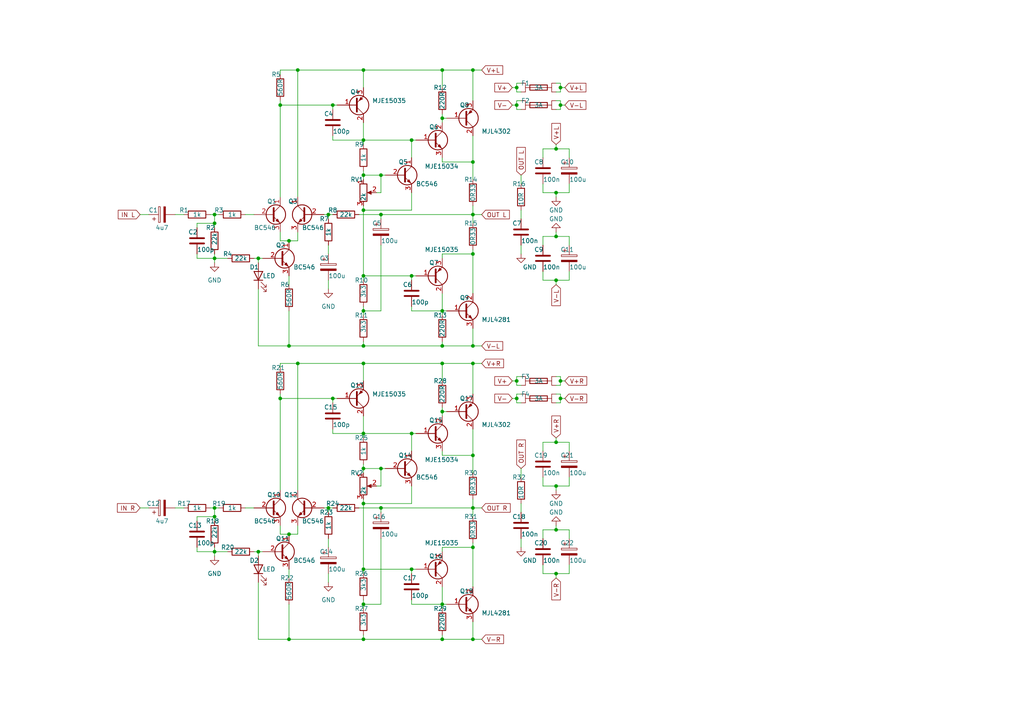
<source format=kicad_sch>
(kicad_sch (version 20230121) (generator eeschema)
  (paper "A4")
  (title_block (title "Stereo Audio Power Amplifier") (date "2022-08-02") (rev "Rev 1.1") (company "Flavian Kaufmann"))
  (lib_symbols
    (symbol "Device:C" (pin_numbers hide) (pin_names (offset 0.254))
      (property "Reference" "C" (at 0.635 2.54 0))
      (property "Value" "C" (at 0.635 -2.54 0))
      (symbol "C_0_1"
        (polyline (pts (xy -2.032 -0.762) (xy 2.032 -0.762)) (stroke (width 0.508)))
        (polyline (pts (xy -2.032 0.762) (xy 2.032 0.762)) (stroke (width 0.508)))
      )
      (symbol "C_1_1"
        (pin passive line (at 0 3.81 270) (length 2.794) (name "~") (number "1"))
        (pin passive line (at 0 -3.81 90) (length 2.794) (name "~") (number "2"))
      )
    )
    (symbol "Device:C_Polarized" (pin_numbers hide) (pin_names (offset 0.254))
      (property "Reference" "C" (at 0.635 2.54 0))
      (property "Value" "C_Polarized" (at 0.635 -2.54 0))
      (symbol "C_Polarized_0_1"
        (rectangle (start -2.286 0.508) (end 2.286 1.016))
        (polyline (pts (xy -1.778 2.286) (xy -0.762 2.286)))
        (polyline (pts (xy -1.27 2.794) (xy -1.27 1.778)))
        (rectangle (start 2.286 -0.508) (end -2.286 -1.016) (fill (type outline)))
      )
      (symbol "C_Polarized_1_1"
        (pin passive line (at 0 3.81 270) (length 2.794) (name "~") (number "1"))
        (pin passive line (at 0 -3.81 90) (length 2.794) (name "~") (number "2"))
      )
    )
    (symbol "Device:LED" (pin_numbers hide) (pin_names (offset 1.016) hide)
      (property "Reference" "D" (at 0 2.54 0))
      (property "Value" "LED" (at 0 -2.54 0))
      (symbol "LED_0_1"
        (polyline (pts (xy -1.27 -1.27) (xy -1.27 1.27)) (stroke (width 0.254)))
        (polyline (pts (xy -1.27 0) (xy 1.27 0)))
        (polyline (pts (xy 1.27 -1.27) (xy 1.27 1.27) (xy -1.27 0) (xy 1.27 -1.27)) (stroke (width 0.254)))
        (polyline (pts (xy -3.048 -0.762) (xy -4.572 -2.286) (xy -3.81 -2.286) (xy -4.572 -2.286) (xy -4.572 -1.524)))
        (polyline (pts (xy -1.778 -0.762) (xy -3.302 -2.286) (xy -2.54 -2.286) (xy -3.302 -2.286) (xy -3.302 -1.524)))
      )
      (symbol "LED_1_1"
        (pin passive line (at -3.81 0 0) (length 2.54) (name "K") (number "1"))
        (pin passive line (at 3.81 0 180) (length 2.54) (name "A") (number "2"))
      )
    )
    (symbol "Device:Q_NPN_BCE" (pin_names (offset 0) hide)
      (property "Reference" "Q" (at 5.08 1.27 0))
      (property "Value" "Q_NPN_BCE" (at 5.08 -1.27 0))
      (symbol "Q_NPN_BCE_0_1"
        (polyline (pts (xy 0.635 0.635) (xy 2.54 2.54)))
        (polyline (pts (xy 0.635 -0.635) (xy 2.54 -2.54) (xy 2.54 -2.54)))
        (polyline (pts (xy 0.635 1.905) (xy 0.635 -1.905) (xy 0.635 -1.905)) (stroke (width 0.508)))
        (polyline (pts (xy 1.27 -1.778) (xy 1.778 -1.27) (xy 2.286 -2.286) (xy 1.27 -1.778) (xy 1.27 -1.778)) (fill (type outline)))
        (circle (center 1.27 0) (radius 2.8194) (stroke (width 0.254)))
      )
      (symbol "Q_NPN_BCE_1_1"
        (pin input line (at -5.08 0 0) (length 5.715) (name "B") (number "1"))
        (pin passive line (at 2.54 5.08 270) (length 2.54) (name "C") (number "2"))
        (pin passive line (at 2.54 -5.08 90) (length 2.54) (name "E") (number "3"))
      )
    )
    (symbol "Device:Q_NPN_CBE" (pin_names (offset 0) hide)
      (property "Reference" "Q" (at 5.08 1.27 0))
      (property "Value" "Q_NPN_CBE" (at 5.08 -1.27 0))
      (symbol "Q_NPN_CBE_0_1"
        (polyline (pts (xy 0.635 0.635) (xy 2.54 2.54)))
        (polyline (pts (xy 0.635 -0.635) (xy 2.54 -2.54) (xy 2.54 -2.54)))
        (polyline (pts (xy 0.635 1.905) (xy 0.635 -1.905) (xy 0.635 -1.905)) (stroke (width 0.508)))
        (polyline (pts (xy 1.27 -1.778) (xy 1.778 -1.27) (xy 2.286 -2.286) (xy 1.27 -1.778) (xy 1.27 -1.778)) (fill (type outline)))
        (circle (center 1.27 0) (radius 2.8194) (stroke (width 0.254)))
      )
      (symbol "Q_NPN_CBE_1_1"
        (pin passive line (at 2.54 5.08 270) (length 2.54) (name "C") (number "1"))
        (pin input line (at -5.08 0 0) (length 5.715) (name "B") (number "2"))
        (pin passive line (at 2.54 -5.08 90) (length 2.54) (name "E") (number "3"))
      )
    )
    (symbol "Device:Q_PNP_BCE" (pin_names (offset 0) hide)
      (property "Reference" "Q" (at 5.08 1.27 0))
      (property "Value" "Q_PNP_BCE" (at 5.08 -1.27 0))
      (symbol "Q_PNP_BCE_0_1"
        (polyline (pts (xy 0.635 0.635) (xy 2.54 2.54)))
        (polyline (pts (xy 0.635 -0.635) (xy 2.54 -2.54) (xy 2.54 -2.54)))
        (polyline (pts (xy 0.635 1.905) (xy 0.635 -1.905) (xy 0.635 -1.905)) (stroke (width 0.508)))
        (polyline (pts (xy 2.286 -1.778) (xy 1.778 -2.286) (xy 1.27 -1.27) (xy 2.286 -1.778) (xy 2.286 -1.778)) (fill (type outline)))
        (circle (center 1.27 0) (radius 2.8194) (stroke (width 0.254)))
      )
      (symbol "Q_PNP_BCE_1_1"
        (pin input line (at -5.08 0 0) (length 5.715) (name "B") (number "1"))
        (pin passive line (at 2.54 5.08 270) (length 2.54) (name "C") (number "2"))
        (pin passive line (at 2.54 -5.08 90) (length 2.54) (name "E") (number "3"))
      )
    )
    (symbol "Device:R" (pin_numbers hide) (pin_names (offset 0))
      (property "Reference" "R" (at 2.032 0 90))
      (property "Value" "R" (at 0 0 90))
      (symbol "R_0_1"
        (rectangle (start -1.016 -2.54) (end 1.016 2.54) (stroke (width 0.254)))
      )
      (symbol "R_1_1"
        (pin passive line (at 0 3.81 270) (length 1.27) (name "~") (number "1"))
        (pin passive line (at 0 -3.81 90) (length 1.27) (name "~") (number "2"))
      )
    )
    (symbol "Device:R_Potentiometer" (pin_names (offset 1.016) hide)
      (property "Reference" "RV" (at -4.445 0 90))
      (property "Value" "R_Potentiometer" (at -2.54 0 90))
      (symbol "R_Potentiometer_0_1"
        (polyline (pts (xy 2.54 0) (xy 1.524 0)))
        (polyline (pts (xy 1.143 0) (xy 2.286 0.508) (xy 2.286 -0.508) (xy 1.143 0)) (fill (type outline)))
        (rectangle (start 1.016 2.54) (end -1.016 -2.54) (stroke (width 0.254)))
      )
      (symbol "R_Potentiometer_1_1"
        (pin passive line (at 0 3.81 270) (length 1.27) (name "1") (number "1"))
        (pin passive line (at 3.81 0 180) (length 1.27) (name "2") (number "2"))
        (pin passive line (at 0 -3.81 90) (length 1.27) (name "3") (number "3"))
      )
    )
    (symbol "power:GND" (power) (pin_names (offset 0))
      (property "Value" "GND" (at 0 -3.81 0))
      (symbol "GND_0_1"
        (polyline (pts (xy 0 0) (xy 0 -1.27) (xy 1.27 -1.27) (xy 0 -2.54) (xy -1.27 -1.27) (xy 0 -1.27)))
      )
      (symbol "GND_1_1"
        (pin power_in line (at 0 0 270) (length 0) hide (name "GND") (number "1"))
      )
    )
    (symbol "user-library:Fuse" (pin_numbers hide) (pin_names (offset 0))
      (property "Reference" "F" (at 2.032 0 90))
      (property "Value" "Fuse" (at -1.905 0 90))
      (symbol "Fuse_0_1"
        (rectangle (start -0.762 -2.54) (end 0.762 2.54) (stroke (width 0.254)))
        (polyline (pts (xy 0 -3.81) (xy 1.27 -3.81)))
        (polyline (pts (xy 0 2.54) (xy 0 -2.54)))
        (polyline (pts (xy 1.27 3.81) (xy 0 3.81)))
        (polyline (pts (xy -1.27 3.81) (xy 0 3.81) (xy 0 2.54)))
        (polyline (pts (xy 0 -2.54) (xy 0 -3.81) (xy -1.27 -3.81)))
      )
      (symbol "Fuse_1_1"
        (pin passive line (at -1.27 5.08 270) (length 1.27) (name "~") (number "1"))
        (pin passive line (at 1.27 5.08 270) (length 1.27) (name "~") (number "2"))
        (pin passive line (at -1.27 -5.08 90) (length 1.27) (name "~") (number "3"))
        (pin passive line (at 1.27 -5.08 90) (length 1.27) (name "~") (number "4"))
      )
    )
  )
  (junction (at 81.28 30.48))
  (junction (at 128.27 90.17))
  (junction (at 161.29 153.67))
  (junction (at 105.41 146.05))
  (junction (at 162.56 115.57))
  (junction (at 95.25 62.23))
  (junction (at 161.29 128.27))
  (junction (at 83.82 154.94))
  (junction (at 105.41 185.42))
  (junction (at 137.16 62.23))
  (junction (at 149.86 115.57))
  (junction (at 83.82 69.85))
  (junction (at 105.41 125.73))
  (junction (at 119.38 125.73))
  (junction (at 137.16 132.08))
  (junction (at 83.82 100.33))
  (junction (at 128.27 105.41))
  (junction (at 162.56 30.48))
  (junction (at 161.29 43.18))
  (junction (at 149.86 110.49))
  (junction (at 119.38 40.64))
  (junction (at 161.29 55.88))
  (junction (at 128.27 119.38))
  (junction (at 62.23 62.23))
  (junction (at 105.41 100.33))
  (junction (at 105.41 20.32))
  (junction (at 162.56 110.49))
  (junction (at 128.27 34.29))
  (junction (at 128.27 185.42))
  (junction (at 96.52 30.48))
  (junction (at 110.49 62.23))
  (junction (at 96.52 115.57))
  (junction (at 161.29 68.58))
  (junction (at 137.16 100.33))
  (junction (at 128.27 100.33))
  (junction (at 137.16 73.66))
  (junction (at 161.29 81.28))
  (junction (at 128.27 20.32))
  (junction (at 105.41 40.64))
  (junction (at 105.41 50.8))
  (junction (at 137.16 185.42))
  (junction (at 62.23 74.93))
  (junction (at 149.86 25.4))
  (junction (at 74.93 160.02))
  (junction (at 161.29 166.37))
  (junction (at 105.41 135.89))
  (junction (at 105.41 90.17))
  (junction (at 86.36 105.41))
  (junction (at 137.16 46.99))
  (junction (at 105.41 60.96))
  (junction (at 62.23 64.77))
  (junction (at 137.16 158.75))
  (junction (at 105.41 105.41))
  (junction (at 161.29 140.97))
  (junction (at 74.93 74.93))
  (junction (at 149.86 30.48))
  (junction (at 105.41 165.1))
  (junction (at 62.23 149.86))
  (junction (at 81.28 115.57))
  (junction (at 110.49 147.32))
  (junction (at 62.23 147.32))
  (junction (at 110.49 50.8))
  (junction (at 62.23 160.02))
  (junction (at 105.41 175.26))
  (junction (at 105.41 80.01))
  (junction (at 119.38 80.01))
  (junction (at 119.38 165.1))
  (junction (at 137.16 105.41))
  (junction (at 137.16 147.32))
  (junction (at 162.56 25.4))
  (junction (at 137.16 20.32))
  (junction (at 110.49 135.89))
  (junction (at 83.82 185.42))
  (junction (at 128.27 175.26))
  (junction (at 95.25 147.32))
  (junction (at 86.36 20.32))
  (wire (pts (xy 161.29 166.37) (xy 161.29 167.64)))
  (wire (pts (xy 161.29 24.13) (xy 162.56 24.13)))
  (wire (pts (xy 128.27 85.09) (xy 128.27 90.17)))
  (wire (pts (xy 128.27 119.38) (xy 129.54 119.38)))
  (wire (pts (xy 128.27 99.06) (xy 128.27 100.33)))
  (wire (pts (xy 157.48 163.83) (xy 157.48 166.37)))
  (wire (pts (xy 105.41 173.99) (xy 105.41 175.26)))
  (wire (pts (xy 163.83 30.48) (xy 162.56 30.48)))
  (wire (pts (xy 105.41 135.89) (xy 110.49 135.89)))
  (wire (pts (xy 104.14 62.23) (xy 110.49 62.23)))
  (wire (pts (xy 128.27 34.29) (xy 128.27 35.56)))
  (wire (pts (xy 157.48 153.67) (xy 161.29 153.67)))
  (wire (pts (xy 96.52 115.57) (xy 97.79 115.57)))
  (wire (pts (xy 62.23 149.86) (xy 57.15 149.86)))
  (wire (pts (xy 165.1 81.28) (xy 165.1 78.74)))
  (wire (pts (xy 119.38 173.99) (xy 119.38 175.26)))
  (wire (pts (xy 149.86 111.76) (xy 151.13 111.76)))
  (wire (pts (xy 105.41 50.8) (xy 110.49 50.8)))
  (wire (pts (xy 157.48 55.88) (xy 161.29 55.88)))
  (wire (pts (xy 81.28 30.48) (xy 81.28 29.21)))
  (wire (pts (xy 149.86 29.21) (xy 151.13 29.21)))
  (wire (pts (xy 40.64 147.32) (xy 43.18 147.32)))
  (wire (pts (xy 86.36 20.32) (xy 105.41 20.32)))
  (wire (pts (xy 128.27 118.11) (xy 128.27 119.38)))
  (wire (pts (xy 109.22 140.97) (xy 110.49 140.97)))
  (wire (pts (xy 83.82 185.42) (xy 105.41 185.42)))
  (wire (pts (xy 93.98 147.32) (xy 95.25 147.32)))
  (wire (pts (xy 96.52 125.73) (xy 105.41 125.73)))
  (wire (pts (xy 161.29 55.88) (xy 165.1 55.88)))
  (wire (pts (xy 151.13 146.05) (xy 151.13 148.59)))
  (wire (pts (xy 71.12 62.23) (xy 73.66 62.23)))
  (wire (pts (xy 105.41 146.05) (xy 105.41 165.1)))
  (wire (pts (xy 74.93 185.42) (xy 83.82 185.42)))
  (wire (pts (xy 137.16 144.78) (xy 137.16 147.32)))
  (wire (pts (xy 105.41 134.62) (xy 105.41 135.89)))
  (wire (pts (xy 157.48 45.72) (xy 157.48 43.18)))
  (wire (pts (xy 62.23 74.93) (xy 62.23 76.2)))
  (wire (pts (xy 104.14 147.32) (xy 110.49 147.32)))
  (wire (pts (xy 128.27 158.75) (xy 137.16 158.75)))
  (wire (pts (xy 161.29 153.67) (xy 165.1 153.67)))
  (wire (pts (xy 81.28 30.48) (xy 81.28 57.15)))
  (wire (pts (xy 62.23 149.86) (xy 62.23 151.13)))
  (wire (pts (xy 62.23 74.93) (xy 66.04 74.93)))
  (wire (pts (xy 119.38 125.73) (xy 120.65 125.73)))
  (wire (pts (xy 128.27 33.02) (xy 128.27 34.29)))
  (wire (pts (xy 119.38 80.01) (xy 119.38 81.28)))
  (wire (pts (xy 157.48 53.34) (xy 157.48 55.88)))
  (wire (pts (xy 105.41 125.73) (xy 119.38 125.73)))
  (wire (pts (xy 96.52 115.57) (xy 81.28 115.57)))
  (wire (pts (xy 86.36 67.31) (xy 86.36 69.85)))
  (wire (pts (xy 105.41 185.42) (xy 105.41 184.15)))
  (wire (pts (xy 165.1 68.58) (xy 165.1 71.12)))
  (wire (pts (xy 157.48 156.21) (xy 157.48 153.67)))
  (wire (pts (xy 105.41 90.17) (xy 110.49 90.17)))
  (wire (pts (xy 128.27 175.26) (xy 128.27 176.53)))
  (wire (pts (xy 83.82 69.85) (xy 86.36 69.85)))
  (wire (pts (xy 161.29 140.97) (xy 165.1 140.97)))
  (wire (pts (xy 162.56 30.48) (xy 162.56 31.75)))
  (wire (pts (xy 105.41 125.73) (xy 105.41 127)))
  (wire (pts (xy 73.66 74.93) (xy 74.93 74.93)))
  (wire (pts (xy 137.16 62.23) (xy 137.16 64.77)))
  (wire (pts (xy 57.15 158.75) (xy 57.15 160.02)))
  (wire (pts (xy 161.29 81.28) (xy 161.29 82.55)))
  (wire (pts (xy 161.29 41.91) (xy 161.29 43.18)))
  (wire (pts (xy 137.16 185.42) (xy 128.27 185.42)))
  (wire (pts (xy 119.38 146.05) (xy 119.38 140.97)))
  (wire (pts (xy 151.13 156.21) (xy 151.13 158.75)))
  (wire (pts (xy 83.82 90.17) (xy 83.82 100.33)))
  (wire (pts (xy 149.86 26.67) (xy 151.13 26.67)))
  (wire (pts (xy 83.82 80.01) (xy 83.82 82.55)))
  (wire (pts (xy 57.15 149.86) (xy 57.15 151.13)))
  (wire (pts (xy 157.48 43.18) (xy 161.29 43.18)))
  (wire (pts (xy 95.25 62.23) (xy 96.52 62.23)))
  (wire (pts (xy 161.29 81.28) (xy 165.1 81.28)))
  (wire (pts (xy 62.23 64.77) (xy 57.15 64.77)))
  (wire (pts (xy 149.86 25.4) (xy 149.86 24.13)))
  (wire (pts (xy 151.13 50.8) (xy 151.13 53.34)))
  (wire (pts (xy 162.56 25.4) (xy 162.56 26.67)))
  (wire (pts (xy 137.16 100.33) (xy 139.7 100.33)))
  (wire (pts (xy 137.16 132.08) (xy 137.16 137.16)))
  (wire (pts (xy 74.93 74.93) (xy 76.2 74.93)))
  (wire (pts (xy 128.27 170.18) (xy 128.27 175.26)))
  (wire (pts (xy 110.49 175.26) (xy 110.49 156.21)))
  (wire (pts (xy 161.29 109.22) (xy 162.56 109.22)))
  (wire (pts (xy 161.29 128.27) (xy 165.1 128.27)))
  (wire (pts (xy 128.27 105.41) (xy 128.27 110.49)))
  (wire (pts (xy 81.28 152.4) (xy 81.28 154.94)))
  (wire (pts (xy 110.49 55.88) (xy 110.49 50.8)))
  (wire (pts (xy 119.38 90.17) (xy 128.27 90.17)))
  (wire (pts (xy 161.29 67.31) (xy 161.29 68.58)))
  (wire (pts (xy 110.49 62.23) (xy 137.16 62.23)))
  (wire (pts (xy 62.23 147.32) (xy 62.23 149.86)))
  (wire (pts (xy 62.23 147.32) (xy 63.5 147.32)))
  (wire (pts (xy 96.52 40.64) (xy 105.41 40.64)))
  (wire (pts (xy 119.38 80.01) (xy 120.65 80.01)))
  (wire (pts (xy 128.27 175.26) (xy 129.54 175.26)))
  (wire (pts (xy 149.86 25.4) (xy 149.86 26.67)))
  (wire (pts (xy 165.1 128.27) (xy 165.1 130.81)))
  (wire (pts (xy 96.52 124.46) (xy 96.52 125.73)))
  (wire (pts (xy 137.16 158.75) (xy 137.16 170.18)))
  (wire (pts (xy 128.27 73.66) (xy 137.16 73.66)))
  (wire (pts (xy 137.16 73.66) (xy 137.16 85.09)))
  (wire (pts (xy 165.1 166.37) (xy 165.1 163.83)))
  (wire (pts (xy 81.28 69.85) (xy 83.82 69.85)))
  (wire (pts (xy 128.27 90.17) (xy 129.54 90.17)))
  (wire (pts (xy 57.15 160.02) (xy 62.23 160.02)))
  (wire (pts (xy 83.82 154.94) (xy 86.36 154.94)))
  (wire (pts (xy 105.41 146.05) (xy 119.38 146.05)))
  (wire (pts (xy 128.27 130.81) (xy 128.27 132.08)))
  (wire (pts (xy 157.48 78.74) (xy 157.48 81.28)))
  (wire (pts (xy 128.27 20.32) (xy 128.27 25.4)))
  (wire (pts (xy 151.13 60.96) (xy 151.13 63.5)))
  (wire (pts (xy 105.41 20.32) (xy 128.27 20.32)))
  (wire (pts (xy 95.25 147.32) (xy 96.52 147.32)))
  (wire (pts (xy 162.56 111.76) (xy 161.29 111.76)))
  (wire (pts (xy 50.8 62.23) (xy 53.34 62.23)))
  (wire (pts (xy 74.93 83.82) (xy 74.93 100.33)))
  (wire (pts (xy 149.86 31.75) (xy 151.13 31.75)))
  (wire (pts (xy 162.56 31.75) (xy 161.29 31.75)))
  (wire (pts (xy 162.56 110.49) (xy 163.83 110.49)))
  (wire (pts (xy 95.25 81.28) (xy 95.25 83.82)))
  (wire (pts (xy 74.93 160.02) (xy 76.2 160.02)))
  (wire (pts (xy 119.38 165.1) (xy 120.65 165.1)))
  (wire (pts (xy 157.48 166.37) (xy 161.29 166.37)))
  (wire (pts (xy 157.48 138.43) (xy 157.48 140.97)))
  (wire (pts (xy 74.93 100.33) (xy 83.82 100.33)))
  (wire (pts (xy 105.41 60.96) (xy 119.38 60.96)))
  (wire (pts (xy 110.49 63.5) (xy 110.49 62.23)))
  (wire (pts (xy 86.36 105.41) (xy 105.41 105.41)))
  (wire (pts (xy 57.15 74.93) (xy 62.23 74.93)))
  (wire (pts (xy 149.86 114.3) (xy 151.13 114.3)))
  (wire (pts (xy 57.15 73.66) (xy 57.15 74.93)))
  (wire (pts (xy 165.1 55.88) (xy 165.1 53.34)))
  (wire (pts (xy 148.59 110.49) (xy 149.86 110.49)))
  (wire (pts (xy 148.59 30.48) (xy 149.86 30.48)))
  (wire (pts (xy 128.27 20.32) (xy 137.16 20.32)))
  (wire (pts (xy 105.41 50.8) (xy 105.41 52.07)))
  (wire (pts (xy 128.27 184.15) (xy 128.27 185.42)))
  (wire (pts (xy 157.48 130.81) (xy 157.48 128.27)))
  (wire (pts (xy 74.93 160.02) (xy 74.93 161.29)))
  (wire (pts (xy 149.86 30.48) (xy 149.86 31.75)))
  (wire (pts (xy 86.36 105.41) (xy 86.36 142.24)))
  (wire (pts (xy 83.82 175.26) (xy 83.82 185.42)))
  (wire (pts (xy 105.41 175.26) (xy 110.49 175.26)))
  (wire (pts (xy 165.1 140.97) (xy 165.1 138.43)))
  (wire (pts (xy 86.36 20.32) (xy 86.36 57.15)))
  (wire (pts (xy 105.41 90.17) (xy 105.41 91.44)))
  (wire (pts (xy 137.16 124.46) (xy 137.16 132.08)))
  (wire (pts (xy 161.29 55.88) (xy 161.29 57.15)))
  (wire (pts (xy 162.56 26.67) (xy 161.29 26.67)))
  (wire (pts (xy 119.38 125.73) (xy 119.38 130.81)))
  (wire (pts (xy 148.59 25.4) (xy 149.86 25.4)))
  (wire (pts (xy 148.59 115.57) (xy 149.86 115.57)))
  (wire (pts (xy 81.28 105.41) (xy 86.36 105.41)))
  (wire (pts (xy 110.49 140.97) (xy 110.49 135.89)))
  (wire (pts (xy 81.28 115.57) (xy 81.28 142.24)))
  (wire (pts (xy 162.56 29.21) (xy 161.29 29.21)))
  (wire (pts (xy 81.28 115.57) (xy 81.28 114.3)))
  (wire (pts (xy 165.1 43.18) (xy 165.1 45.72)))
  (wire (pts (xy 119.38 88.9) (xy 119.38 90.17)))
  (wire (pts (xy 105.41 80.01) (xy 105.41 81.28)))
  (wire (pts (xy 128.27 45.72) (xy 128.27 46.99)))
  (wire (pts (xy 162.56 116.84) (xy 161.29 116.84)))
  (wire (pts (xy 74.93 168.91) (xy 74.93 185.42)))
  (wire (pts (xy 109.22 55.88) (xy 110.49 55.88)))
  (wire (pts (xy 105.41 144.78) (xy 105.41 146.05)))
  (wire (pts (xy 95.25 156.21) (xy 95.25 158.75)))
  (wire (pts (xy 105.41 175.26) (xy 105.41 176.53)))
  (wire (pts (xy 162.56 109.22) (xy 162.56 110.49)))
  (wire (pts (xy 50.8 147.32) (xy 53.34 147.32)))
  (wire (pts (xy 62.23 73.66) (xy 62.23 74.93)))
  (wire (pts (xy 163.83 115.57) (xy 162.56 115.57)))
  (wire (pts (xy 128.27 119.38) (xy 128.27 120.65)))
  (wire (pts (xy 149.86 115.57) (xy 149.86 116.84)))
  (wire (pts (xy 96.52 39.37) (xy 96.52 40.64)))
  (wire (pts (xy 137.16 59.69) (xy 137.16 62.23)))
  (wire (pts (xy 151.13 135.89) (xy 151.13 138.43)))
  (wire (pts (xy 157.48 81.28) (xy 161.29 81.28)))
  (wire (pts (xy 105.41 88.9) (xy 105.41 90.17)))
  (wire (pts (xy 62.23 160.02) (xy 62.23 161.29)))
  (wire (pts (xy 128.27 160.02) (xy 128.27 158.75)))
  (wire (pts (xy 161.29 152.4) (xy 161.29 153.67)))
  (wire (pts (xy 83.82 100.33) (xy 105.41 100.33)))
  (wire (pts (xy 93.98 62.23) (xy 95.25 62.23)))
  (wire (pts (xy 149.86 110.49) (xy 149.86 109.22)))
  (wire (pts (xy 105.41 165.1) (xy 119.38 165.1)))
  (wire (pts (xy 128.27 132.08) (xy 137.16 132.08)))
  (wire (pts (xy 128.27 90.17) (xy 128.27 91.44)))
  (wire (pts (xy 105.41 60.96) (xy 105.41 80.01)))
  (wire (pts (xy 96.52 30.48) (xy 97.79 30.48)))
  (wire (pts (xy 137.16 100.33) (xy 128.27 100.33)))
  (wire (pts (xy 137.16 62.23) (xy 139.7 62.23)))
  (wire (pts (xy 137.16 72.39) (xy 137.16 73.66)))
  (wire (pts (xy 128.27 34.29) (xy 129.54 34.29)))
  (wire (pts (xy 40.64 62.23) (xy 43.18 62.23)))
  (wire (pts (xy 105.41 120.65) (xy 105.41 125.73)))
  (wire (pts (xy 128.27 185.42) (xy 105.41 185.42)))
  (wire (pts (xy 95.25 71.12) (xy 95.25 73.66)))
  (wire (pts (xy 157.48 140.97) (xy 161.29 140.97)))
  (wire (pts (xy 165.1 153.67) (xy 165.1 156.21)))
  (wire (pts (xy 137.16 105.41) (xy 139.7 105.41)))
  (wire (pts (xy 62.23 62.23) (xy 63.5 62.23)))
  (wire (pts (xy 137.16 147.32) (xy 139.7 147.32)))
  (wire (pts (xy 149.86 110.49) (xy 149.86 111.76)))
  (wire (pts (xy 74.93 74.93) (xy 74.93 76.2)))
  (wire (pts (xy 105.41 105.41) (xy 105.41 110.49)))
  (wire (pts (xy 119.38 60.96) (xy 119.38 55.88)))
  (wire (pts (xy 161.29 140.97) (xy 161.29 142.24)))
  (wire (pts (xy 149.86 116.84) (xy 151.13 116.84)))
  (wire (pts (xy 71.12 147.32) (xy 73.66 147.32)))
  (wire (pts (xy 137.16 105.41) (xy 137.16 114.3)))
  (wire (pts (xy 149.86 115.57) (xy 149.86 114.3)))
  (wire (pts (xy 105.41 165.1) (xy 105.41 166.37)))
  (wire (pts (xy 60.96 62.23) (xy 62.23 62.23)))
  (wire (pts (xy 81.28 20.32) (xy 86.36 20.32)))
  (wire (pts (xy 81.28 106.68) (xy 81.28 105.41)))
  (wire (pts (xy 149.86 109.22) (xy 151.13 109.22)))
  (wire (pts (xy 105.41 49.53) (xy 105.41 50.8)))
  (wire (pts (xy 157.48 128.27) (xy 161.29 128.27)))
  (wire (pts (xy 95.25 166.37) (xy 95.25 168.91)))
  (wire (pts (xy 137.16 147.32) (xy 137.16 149.86)))
  (wire (pts (xy 162.56 24.13) (xy 162.56 25.4)))
  (wire (pts (xy 128.27 74.93) (xy 128.27 73.66)))
  (wire (pts (xy 81.28 154.94) (xy 83.82 154.94)))
  (wire (pts (xy 162.56 115.57) (xy 162.56 114.3)))
  (wire (pts (xy 151.13 71.12) (xy 151.13 73.66)))
  (wire (pts (xy 105.41 59.69) (xy 105.41 60.96)))
  (wire (pts (xy 161.29 127) (xy 161.29 128.27)))
  (wire (pts (xy 105.41 135.89) (xy 105.41 137.16)))
  (wire (pts (xy 119.38 40.64) (xy 120.65 40.64)))
  (wire (pts (xy 86.36 152.4) (xy 86.36 154.94)))
  (wire (pts (xy 62.23 64.77) (xy 62.23 66.04)))
  (wire (pts (xy 62.23 160.02) (xy 66.04 160.02)))
  (wire (pts (xy 137.16 20.32) (xy 137.16 29.21)))
  (wire (pts (xy 161.29 166.37) (xy 165.1 166.37)))
  (wire (pts (xy 161.29 68.58) (xy 165.1 68.58)))
  (wire (pts (xy 105.41 40.64) (xy 119.38 40.64)))
  (wire (pts (xy 110.49 50.8) (xy 111.76 50.8)))
  (wire (pts (xy 110.49 90.17) (xy 110.49 71.12)))
  (wire (pts (xy 105.41 100.33) (xy 105.41 99.06)))
  (wire (pts (xy 81.28 67.31) (xy 81.28 69.85)))
  (wire (pts (xy 137.16 46.99) (xy 137.16 52.07)))
  (wire (pts (xy 110.49 148.59) (xy 110.49 147.32)))
  (wire (pts (xy 128.27 100.33) (xy 105.41 100.33)))
  (wire (pts (xy 105.41 105.41) (xy 128.27 105.41)))
  (wire (pts (xy 128.27 46.99) (xy 137.16 46.99)))
  (wire (pts (xy 96.52 116.84) (xy 96.52 115.57)))
  (wire (pts (xy 110.49 135.89) (xy 111.76 135.89)))
  (wire (pts (xy 128.27 105.41) (xy 137.16 105.41)))
  (wire (pts (xy 62.23 62.23) (xy 62.23 64.77)))
  (wire (pts (xy 137.16 185.42) (xy 139.7 185.42)))
  (wire (pts (xy 105.41 80.01) (xy 119.38 80.01)))
  (wire (pts (xy 105.41 35.56) (xy 105.41 40.64)))
  (wire (pts (xy 161.29 43.18) (xy 165.1 43.18)))
  (wire (pts (xy 119.38 40.64) (xy 119.38 45.72)))
  (wire (pts (xy 95.25 62.23) (xy 95.25 63.5)))
  (wire (pts (xy 81.28 21.59) (xy 81.28 20.32)))
  (wire (pts (xy 162.56 110.49) (xy 162.56 111.76)))
  (wire (pts (xy 110.49 147.32) (xy 137.16 147.32)))
  (wire (pts (xy 149.86 24.13) (xy 151.13 24.13)))
  (wire (pts (xy 162.56 25.4) (xy 163.83 25.4)))
  (wire (pts (xy 162.56 115.57) (xy 162.56 116.84)))
  (wire (pts (xy 57.15 64.77) (xy 57.15 66.04)))
  (wire (pts (xy 162.56 30.48) (xy 162.56 29.21)))
  (wire (pts (xy 162.56 114.3) (xy 161.29 114.3)))
  (wire (pts (xy 137.16 39.37) (xy 137.16 46.99)))
  (wire (pts (xy 105.41 20.32) (xy 105.41 25.4)))
  (wire (pts (xy 83.82 165.1) (xy 83.82 167.64)))
  (wire (pts (xy 137.16 180.34) (xy 137.16 185.42)))
  (wire (pts (xy 157.48 68.58) (xy 161.29 68.58)))
  (wire (pts (xy 119.38 165.1) (xy 119.38 166.37)))
  (wire (pts (xy 149.86 30.48) (xy 149.86 29.21)))
  (wire (pts (xy 105.41 40.64) (xy 105.41 41.91)))
  (wire (pts (xy 73.66 160.02) (xy 74.93 160.02)))
  (wire (pts (xy 95.25 147.32) (xy 95.25 148.59)))
  (wire (pts (xy 60.96 147.32) (xy 62.23 147.32)))
  (wire (pts (xy 137.16 157.48) (xy 137.16 158.75)))
  (wire (pts (xy 119.38 175.26) (xy 128.27 175.26)))
  (wire (pts (xy 157.48 71.12) (xy 157.48 68.58)))
  (wire (pts (xy 96.52 31.75) (xy 96.52 30.48)))
  (wire (pts (xy 62.23 158.75) (xy 62.23 160.02)))
  (wire (pts (xy 96.52 30.48) (xy 81.28 30.48)))
  (wire (pts (xy 137.16 20.32) (xy 139.7 20.32)))
  (wire (pts (xy 137.16 95.25) (xy 137.16 100.33)))
  (global_label "V+R" (shape input) (at 139.7 105.41 0) (property "Intersheetrefs" "${INTERSHEET_REFS}" (effects hide)))
  (global_label "OUT L" (shape input) (at 139.7 62.23 0) (property "Intersheetrefs" "${INTERSHEET_REFS}" (effects hide)))
  (global_label "V-R" (shape input) (at 139.7 185.42 0) (property "Intersheetrefs" "${INTERSHEET_REFS}" (effects hide)))
  (global_label "OUT R" (shape input) (at 151.13 135.89 90) (property "Intersheetrefs" "${INTERSHEET_REFS}" (effects hide)))
  (global_label "V-L" (shape input) (at 163.83 30.48 0) (property "Intersheetrefs" "${INTERSHEET_REFS}" (effects hide)))
  (global_label "V-R" (shape input) (at 161.29 167.64 270) (property "Intersheetrefs" "${INTERSHEET_REFS}" (effects hide)))
  (global_label "V+R" (shape input) (at 161.29 127 90) (property "Intersheetrefs" "${INTERSHEET_REFS}" (effects hide)))
  (global_label "OUT L" (shape input) (at 151.13 50.8 90) (property "Intersheetrefs" "${INTERSHEET_REFS}" (effects hide)))
  (global_label "V-" (shape input) (at 148.59 115.57 180) (property "Intersheetrefs" "${INTERSHEET_REFS}" (effects hide)))
  (global_label "V+L" (shape input) (at 163.83 25.4 0) (property "Intersheetrefs" "${INTERSHEET_REFS}" (effects hide)))
  (global_label "V+" (shape input) (at 148.59 25.4 180) (property "Intersheetrefs" "${INTERSHEET_REFS}" (effects hide)))
  (global_label "IN R" (shape input) (at 40.64 147.32 180) (property "Intersheetrefs" "${INTERSHEET_REFS}" (effects hide)))
  (global_label "V+L" (shape input) (at 139.7 20.32 0) (property "Intersheetrefs" "${INTERSHEET_REFS}" (effects hide)))
  (global_label "V-" (shape input) (at 148.59 30.48 180) (property "Intersheetrefs" "${INTERSHEET_REFS}" (effects hide)))
  (global_label "V+" (shape input) (at 148.59 110.49 180) (property "Intersheetrefs" "${INTERSHEET_REFS}" (effects hide)))
  (global_label "V+L" (shape input) (at 161.29 41.91 90) (property "Intersheetrefs" "${INTERSHEET_REFS}" (effects hide)))
  (global_label "OUT R" (shape input) (at 139.7 147.32 0) (property "Intersheetrefs" "${INTERSHEET_REFS}" (effects hide)))
  (global_label "V-R" (shape input) (at 163.83 115.57 0) (property "Intersheetrefs" "${INTERSHEET_REFS}" (effects hide)))
  (global_label "V+R" (shape input) (at 163.83 110.49 0) (property "Intersheetrefs" "${INTERSHEET_REFS}" (effects hide)))
  (global_label "V-L" (shape input) (at 139.7 100.33 0) (property "Intersheetrefs" "${INTERSHEET_REFS}" (effects hide)))
  (global_label "V-L" (shape input) (at 161.29 82.55 270) (property "Intersheetrefs" "${INTERSHEET_REFS}" (effects hide)))
  (global_label "IN L" (shape input) (at 40.64 62.23 180) (property "Intersheetrefs" "${INTERSHEET_REFS}" (effects hide)))
  (symbol (lib_id "Device:C_Polarized") (at 165.1 134.62 0) (unit 1)
    (property "Reference" "C21" (at 162.56 132.08 0) (effects (justify left)))
    (property "Value" "100u" (at 165.1 137.16 0) (effects (justify left)))
    (property "Footprint" "Capacitor_THT:CP_Radial_D10.0mm_P5.00mm" (effects hide))
  )
  (symbol (lib_id "Device:C_Polarized") (at 165.1 74.93 0) (unit 1)
    (property "Reference" "C11" (at 162.56 72.39 0) (effects (justify left)))
    (property "Value" "100u" (at 165.1 77.47 0) (effects (justify left)))
    (property "Footprint" "Capacitor_THT:CP_Radial_D10.0mm_P5.00mm" (effects hide))
  )
  (symbol (lib_id "Device:C_Polarized") (at 46.99 147.32 90) (unit 1)
    (property "Reference" "C12" (at 44.45 146.05 90))
    (property "Value" "4u7" (at 46.99 151.13 90))
    (property "Footprint" "Capacitor_THT:CP_Radial_D5.0mm_P2.00mm" (effects hide))
  )
  (symbol (lib_id "Device:R") (at 100.33 147.32 90) (unit 1)
    (property "Reference" "R24" (at 96.52 146.05 90))
    (property "Value" "22k" (at 100.33 147.32 90))
    (property "Footprint" "Resistor_THT:R_Axial_DIN0207_L6.3mm_D2.5mm_P7.62mm_Horizontal" (effects hide))
  )
  (symbol (lib_id "Device:LED") (at 74.93 165.1 90) (unit 1)
    (property "Reference" "D2" (at 72.39 162.56 90) (effects (justify right)))
    (property "Value" "LED" (at 76.2 165.1 90) (effects (justify right)))
    (property "Footprint" "LED_THT:LED_D5.0mm" (effects hide))
  )
  (symbol (lib_id "Device:Q_NPN_BCE") (at 134.62 175.26 0) (unit 1)
    (property "Reference" "Q18" (at 133.35 171.45 0) (effects (justify left)))
    (property "Value" "MJL4281" (at 139.7 177.8 0) (effects (justify left)))
    (property "Footprint" "Package_TO_SOT_THT:TO-264-3_Horizontal_TabUp" (effects hide))
  )
  (symbol (lib_id "Device:R") (at 57.15 62.23 270) (unit 1)
    (property "Reference" "R1" (at 53.34 60.96 90))
    (property "Value" "1k" (at 57.15 62.23 90))
    (property "Footprint" "Resistor_THT:R_Axial_DIN0207_L6.3mm_D2.5mm_P7.62mm_Horizontal" (effects hide))
  )
  (symbol (lib_id "Device:Q_NPN_BCE") (at 125.73 40.64 0) (unit 1)
    (property "Reference" "Q6" (at 124.46 36.83 0) (effects (justify left)))
    (property "Value" "MJE15034" (at 123.19 48.26 0) (effects (justify left)))
    (property "Footprint" "Package_TO_SOT_THT:TO-220-3_Vertical" (effects hide))
  )
  (symbol (lib_id "power:GND") (at 151.13 158.75 0) (unit 1)
    (property "Reference" "#PWR08" (effects hide))
    (property "Value" "GND" (at 153.67 162.56 0))
  )
  (symbol (lib_id "Device:C") (at 151.13 152.4 0) (unit 1)
    (property "Reference" "C18" (at 148.59 149.86 0) (effects (justify left)))
    (property "Value" "100n" (at 151.13 154.94 0) (effects (justify left)))
    (property "Footprint" "Capacitor_THT:C_Rect_L10.0mm_W2.5mm_P7.50mm_MKS4" (effects hide))
  )
  (symbol (lib_id "power:GND") (at 62.23 161.29 0) (unit 1)
    (property "Reference" "#PWR06" (effects hide))
    (property "Value" "GND" (at 62.23 166.37 0))
  )
  (symbol (lib_id "Device:C") (at 157.48 74.93 0) (unit 1)
    (property "Reference" "C9" (at 154.94 72.39 0) (effects (justify left)))
    (property "Value" "100n" (at 157.48 77.47 0) (effects (justify left)))
    (property "Footprint" "Capacitor_THT:C_Rect_L10.0mm_W2.5mm_P7.50mm_MKS4" (effects hide))
  )
  (symbol (lib_id "Device:Q_NPN_CBE") (at 116.84 135.89 0) (unit 1)
    (property "Reference" "Q14" (at 115.57 132.08 0) (effects (justify left)))
    (property "Value" "BC546" (at 120.65 138.43 0) (effects (justify left)))
    (property "Footprint" "Package_TO_SOT_THT:TO-92_Wide" (effects hide))
  )
  (symbol (lib_id "Device:R") (at 105.41 170.18 0) (unit 1)
    (property "Reference" "R26" (at 102.87 166.37 0) (effects (justify left)))
    (property "Value" "3k3" (at 105.41 171.45 90) (effects (justify left)))
    (property "Footprint" "Resistor_THT:R_Axial_DIN0411_L9.9mm_D3.6mm_P12.70mm_Horizontal" (effects hide))
  )
  (symbol (lib_id "Device:R") (at 81.28 110.49 0) (unit 1)
    (property "Reference" "R21" (at 78.74 106.68 0) (effects (justify left)))
    (property "Value" "560R" (at 81.28 113.03 90) (effects (justify left)))
    (property "Footprint" "Resistor_THT:R_Axial_DIN0207_L6.3mm_D2.5mm_P7.62mm_Horizontal" (effects hide))
  )
  (symbol (lib_id "Device:LED") (at 74.93 80.01 90) (unit 1)
    (property "Reference" "D1" (at 72.39 77.47 90) (effects (justify right)))
    (property "Value" "LED" (at 76.2 80.01 90) (effects (justify right)))
    (property "Footprint" "LED_THT:LED_D5.0mm" (effects hide))
  )
  (symbol (lib_id "Device:R") (at 62.23 154.94 0) (unit 1)
    (property "Reference" "R18" (at 59.69 151.13 0) (effects (justify left)))
    (property "Value" "22k" (at 62.23 156.21 90) (effects (justify left)))
    (property "Footprint" "Resistor_THT:R_Axial_DIN0207_L6.3mm_D2.5mm_P7.62mm_Horizontal" (effects hide))
  )
  (symbol (lib_id "Device:Q_NPN_CBE") (at 78.74 147.32 0) (unit 1)
    (property "Reference" "Q10" (at 77.47 143.51 0) (effects (justify left)))
    (property "Value" "BC546" (at 73.66 151.13 0) (effects (justify left)))
    (property "Footprint" "Package_TO_SOT_THT:TO-92_Wide" (effects hide))
  )
  (symbol (lib_id "Device:C_Polarized") (at 165.1 49.53 0) (unit 1)
    (property "Reference" "C10" (at 162.56 46.99 0) (effects (justify left)))
    (property "Value" "100u" (at 165.1 52.07 0) (effects (justify left)))
    (property "Footprint" "Capacitor_THT:CP_Radial_D10.0mm_P5.00mm" (effects hide))
  )
  (symbol (lib_id "Device:Q_NPN_CBE") (at 78.74 62.23 0) (unit 1)
    (property "Reference" "Q1" (at 77.47 58.42 0) (effects (justify left)))
    (property "Value" "BC546" (at 73.66 66.04 0) (effects (justify left)))
    (property "Footprint" "Package_TO_SOT_THT:TO-92_Wide" (effects hide))
  )
  (symbol (lib_id "Device:R") (at 62.23 69.85 0) (unit 1)
    (property "Reference" "R2" (at 59.69 66.04 0) (effects (justify left)))
    (property "Value" "22k" (at 62.23 71.12 90) (effects (justify left)))
    (property "Footprint" "Resistor_THT:R_Axial_DIN0207_L6.3mm_D2.5mm_P7.62mm_Horizontal" (effects hide))
  )
  (symbol (lib_id "Device:C_Polarized") (at 110.49 67.31 0) (unit 1)
    (property "Reference" "C5" (at 107.95 64.77 0) (effects (justify left)))
    (property "Value" "100u" (at 110.49 69.85 0) (effects (justify left)))
    (property "Footprint" "Capacitor_THT:CP_Radial_D10.0mm_P5.00mm" (effects hide))
  )
  (symbol (lib_id "Device:R") (at 105.41 180.34 0) (unit 1)
    (property "Reference" "R27" (at 102.87 176.53 0) (effects (justify left)))
    (property "Value" "3k3" (at 105.41 181.61 90) (effects (justify left)))
    (property "Footprint" "Resistor_THT:R_Axial_DIN0411_L9.9mm_D3.6mm_P12.70mm_Horizontal" (effects hide))
  )
  (symbol (lib_id "Device:R") (at 57.15 147.32 270) (unit 1)
    (property "Reference" "R17" (at 53.34 146.05 90))
    (property "Value" "1k" (at 57.15 147.32 90))
    (property "Footprint" "Resistor_THT:R_Axial_DIN0207_L6.3mm_D2.5mm_P7.62mm_Horizontal" (effects hide))
  )
  (symbol (lib_id "power:GND") (at 95.25 83.82 0) (unit 1)
    (property "Reference" "#PWR02" (effects hide))
    (property "Value" "GND" (at 95.25 88.9 0))
  )
  (symbol (lib_id "Device:Q_PNP_BCE") (at 102.87 30.48 0) (mirror x) (unit 1)
    (property "Reference" "Q4" (at 101.6 26.67 0) (effects (justify left)))
    (property "Value" "MJE15035" (at 107.95 29.21 0) (effects (justify left)))
    (property "Footprint" "Package_TO_SOT_THT:TO-220-3_Vertical" (effects hide))
  )
  (symbol (lib_id "Device:C") (at 157.48 134.62 0) (unit 1)
    (property "Reference" "C19" (at 154.94 132.08 0) (effects (justify left)))
    (property "Value" "100n" (at 157.48 137.16 0) (effects (justify left)))
    (property "Footprint" "Capacitor_THT:C_Rect_L10.0mm_W2.5mm_P7.50mm_MKS4" (effects hide))
  )
  (symbol (lib_id "power:GND") (at 161.29 142.24 0) (unit 1)
    (property "Reference" "#PWR09" (effects hide))
    (property "Value" "GND" (at 161.29 146.05 0))
  )
  (symbol (lib_id "user-library:Fuse") (at 156.21 25.4 90) (unit 1)
    (property "Reference" "F1" (at 152.4 24.13 90))
    (property "Value" "3A" (at 156.21 25.4 90))
    (property "Footprint" "user-library:Fuseholder_Cylinder-5x20mm_Schurter_0752" (effects hide))
  )
  (symbol (lib_id "Device:Q_NPN_CBE") (at 88.9 147.32 0) (mirror y) (unit 1)
    (property "Reference" "Q12" (at 86.36 143.51 0) (effects (justify left)))
    (property "Value" "BC546" (at 93.98 151.13 0) (effects (justify left)))
    (property "Footprint" "Package_TO_SOT_THT:TO-92_Wide" (effects hide))
  )
  (symbol (lib_id "Device:C") (at 151.13 67.31 0) (unit 1)
    (property "Reference" "C7" (at 148.59 64.77 0) (effects (justify left)))
    (property "Value" "100n" (at 151.13 69.85 0) (effects (justify left)))
    (property "Footprint" "Capacitor_THT:C_Rect_L10.0mm_W2.5mm_P7.50mm_MKS4" (effects hide))
  )
  (symbol (lib_id "Device:Q_PNP_BCE") (at 125.73 80.01 0) (mirror x) (unit 1)
    (property "Reference" "Q7" (at 124.46 76.2 0) (effects (justify left)))
    (property "Value" "MJE15035" (at 123.19 72.39 0) (effects (justify left)))
    (property "Footprint" "Package_TO_SOT_THT:TO-220-3_Vertical" (effects hide))
  )
  (symbol (lib_id "Device:Q_PNP_BCE") (at 102.87 115.57 0) (mirror x) (unit 1)
    (property "Reference" "Q13" (at 101.6 111.76 0) (effects (justify left)))
    (property "Value" "MJE15035" (at 107.95 114.3 0) (effects (justify left)))
    (property "Footprint" "Package_TO_SOT_THT:TO-220-3_Vertical" (effects hide))
  )
  (symbol (lib_id "Device:C") (at 96.52 120.65 0) (unit 1)
    (property "Reference" "C15" (at 93.98 118.11 0) (effects (justify left)))
    (property "Value" "100p" (at 96.52 123.19 0) (effects (justify left)))
    (property "Footprint" "Capacitor_THT:C_Rect_L7.2mm_W4.5mm_P5.00mm_FKS2_FKP2_MKS2_MKP2" (effects hide))
  )
  (symbol (lib_id "Device:R") (at 105.41 95.25 0) (unit 1)
    (property "Reference" "R11" (at 102.87 91.44 0) (effects (justify left)))
    (property "Value" "3k3" (at 105.41 96.52 90) (effects (justify left)))
    (property "Footprint" "Resistor_THT:R_Axial_DIN0411_L9.9mm_D3.6mm_P12.70mm_Horizontal" (effects hide))
  )
  (symbol (lib_id "Device:R_Potentiometer") (at 105.41 140.97 0) (unit 1)
    (property "Reference" "RV2" (at 105.41 137.16 0) (effects (justify right)))
    (property "Value" "2k" (at 105.41 140.97 90) (effects (justify right)))
    (property "Footprint" "Potentiometer_THT:Potentiometer_Bourns_3339P_Vertical" (effects hide))
  )
  (symbol (lib_id "Device:Q_NPN_BCE") (at 134.62 90.17 0) (unit 1)
    (property "Reference" "Q9" (at 133.35 86.36 0) (effects (justify left)))
    (property "Value" "MJL4281" (at 139.7 92.71 0) (effects (justify left)))
    (property "Footprint" "Package_TO_SOT_THT:TO-264-3_Horizontal_TabUp" (effects hide))
  )
  (symbol (lib_id "Device:C") (at 157.48 49.53 0) (unit 1)
    (property "Reference" "C8" (at 154.94 46.99 0) (effects (justify left)))
    (property "Value" "100n" (at 157.48 52.07 0) (effects (justify left)))
    (property "Footprint" "Capacitor_THT:C_Rect_L10.0mm_W2.5mm_P7.50mm_MKS4" (effects hide))
  )
  (symbol (lib_id "Device:R") (at 128.27 95.25 0) (unit 1)
    (property "Reference" "R13" (at 125.73 91.44 0) (effects (justify left)))
    (property "Value" "220R" (at 128.27 97.79 90) (effects (justify left)))
    (property "Footprint" "Resistor_THT:R_Axial_DIN0207_L6.3mm_D2.5mm_P7.62mm_Horizontal" (effects hide))
  )
  (symbol (lib_id "Device:C_Polarized") (at 95.25 162.56 0) (unit 1)
    (property "Reference" "C14" (at 92.71 160.02 0) (effects (justify left)))
    (property "Value" "100u" (at 95.25 165.1 0) (effects (justify left)))
    (property "Footprint" "Capacitor_THT:CP_Radial_D10.0mm_P5.00mm" (effects hide))
  )
  (symbol (lib_id "user-library:Fuse") (at 156.21 110.49 90) (unit 1)
    (property "Reference" "F3" (at 152.4 109.22 90))
    (property "Value" "3A" (at 156.21 110.49 90))
    (property "Footprint" "user-library:Fuseholder_Cylinder-5x20mm_Schurter_0752" (effects hide))
  )
  (symbol (lib_id "Device:R") (at 81.28 25.4 0) (unit 1)
    (property "Reference" "R5" (at 78.74 21.59 0) (effects (justify left)))
    (property "Value" "560R" (at 81.28 27.94 90) (effects (justify left)))
    (property "Footprint" "Resistor_THT:R_Axial_DIN0207_L6.3mm_D2.5mm_P7.62mm_Horizontal" (effects hide))
  )
  (symbol (lib_id "power:GND") (at 151.13 73.66 0) (unit 1)
    (property "Reference" "#PWR03" (effects hide))
    (property "Value" "GND" (at 153.67 77.47 0))
  )
  (symbol (lib_id "Device:Q_PNP_BCE") (at 125.73 165.1 0) (mirror x) (unit 1)
    (property "Reference" "Q16" (at 124.46 161.29 0) (effects (justify left)))
    (property "Value" "MJE15035" (at 123.19 157.48 0) (effects (justify left)))
    (property "Footprint" "Package_TO_SOT_THT:TO-220-3_Vertical" (effects hide))
  )
  (symbol (lib_id "power:GND") (at 161.29 67.31 180) (unit 1)
    (property "Reference" "#PWR05" (effects hide))
    (property "Value" "GND" (at 161.29 63.5 0))
  )
  (symbol (lib_id "Device:R") (at 67.31 62.23 90) (unit 1)
    (property "Reference" "R3" (at 63.5 60.96 90))
    (property "Value" "1k" (at 67.31 62.23 90))
    (property "Footprint" "Resistor_THT:R_Axial_DIN0207_L6.3mm_D2.5mm_P7.62mm_Horizontal" (effects hide))
  )
  (symbol (lib_id "Device:Q_NPN_BCE") (at 125.73 125.73 0) (unit 1)
    (property "Reference" "Q15" (at 124.46 121.92 0) (effects (justify left)))
    (property "Value" "MJE15034" (at 123.19 133.35 0) (effects (justify left)))
    (property "Footprint" "Package_TO_SOT_THT:TO-220-3_Vertical" (effects hide))
  )
  (symbol (lib_id "Device:C") (at 119.38 85.09 0) (unit 1)
    (property "Reference" "C6" (at 116.84 82.55 0) (effects (justify left)))
    (property "Value" "100p" (at 119.38 87.63 0) (effects (justify left)))
    (property "Footprint" "Capacitor_THT:C_Rect_L7.2mm_W4.5mm_P5.00mm_FKS2_FKP2_MKS2_MKP2" (effects hide))
  )
  (symbol (lib_id "Device:R") (at 128.27 180.34 0) (unit 1)
    (property "Reference" "R29" (at 125.73 176.53 0) (effects (justify left)))
    (property "Value" "220R" (at 128.27 182.88 90) (effects (justify left)))
    (property "Footprint" "Resistor_THT:R_Axial_DIN0207_L6.3mm_D2.5mm_P7.62mm_Horizontal" (effects hide))
  )
  (symbol (lib_id "user-library:Fuse") (at 156.21 115.57 90) (unit 1)
    (property "Reference" "F4" (at 152.4 114.3 90))
    (property "Value" "3A" (at 156.21 115.57 90))
    (property "Footprint" "user-library:Fuseholder_Cylinder-5x20mm_Schurter_0752" (effects hide))
  )
  (symbol (lib_id "Device:C_Polarized") (at 95.25 77.47 0) (unit 1)
    (property "Reference" "C3" (at 92.71 74.93 0) (effects (justify left)))
    (property "Value" "100u" (at 95.25 80.01 0) (effects (justify left)))
    (property "Footprint" "Capacitor_THT:CP_Radial_D10.0mm_P5.00mm" (effects hide))
  )
  (symbol (lib_id "Device:Q_PNP_BCE") (at 134.62 34.29 0) (mirror x) (unit 1)
    (property "Reference" "Q8" (at 133.35 30.48 0) (effects (justify left)))
    (property "Value" "MJL4302" (at 139.7 38.1 0) (effects (justify left)))
    (property "Footprint" "Package_TO_SOT_THT:TO-264-3_Horizontal_TabUp" (effects hide))
  )
  (symbol (lib_id "Device:R") (at 137.16 140.97 0) (unit 1)
    (property "Reference" "R30" (at 134.62 137.16 0) (effects (justify left)))
    (property "Value" "0R33" (at 137.16 143.51 90) (effects (justify left)))
    (property "Footprint" "Resistor_THT:R_Axial_Power_L25.0mm_W6.4mm_P27.94mm" (effects hide))
  )
  (symbol (lib_id "Device:Q_PNP_BCE") (at 134.62 119.38 0) (mirror x) (unit 1)
    (property "Reference" "Q17" (at 133.35 115.57 0) (effects (justify left)))
    (property "Value" "MJL4302" (at 139.7 123.19 0) (effects (justify left)))
    (property "Footprint" "Package_TO_SOT_THT:TO-264-3_Horizontal_TabUp" (effects hide))
  )
  (symbol (lib_id "Device:R") (at 69.85 74.93 90) (unit 1)
    (property "Reference" "R4" (at 66.04 73.66 90))
    (property "Value" "22k" (at 69.85 74.93 90))
    (property "Footprint" "Resistor_THT:R_Axial_DIN0207_L6.3mm_D2.5mm_P7.62mm_Horizontal" (effects hide))
  )
  (symbol (lib_id "user-library:Fuse") (at 156.21 30.48 90) (unit 1)
    (property "Reference" "F2" (at 152.4 29.21 90))
    (property "Value" "3A" (at 156.21 30.48 90))
    (property "Footprint" "user-library:Fuseholder_Cylinder-5x20mm_Schurter_0752" (effects hide))
  )
  (symbol (lib_id "Device:Q_NPN_CBE") (at 116.84 50.8 0) (unit 1)
    (property "Reference" "Q5" (at 115.57 46.99 0) (effects (justify left)))
    (property "Value" "BC546" (at 120.65 53.34 0) (effects (justify left)))
    (property "Footprint" "Package_TO_SOT_THT:TO-92_Wide" (effects hide))
  )
  (symbol (lib_id "Device:R") (at 69.85 160.02 90) (unit 1)
    (property "Reference" "R20" (at 66.04 158.75 90))
    (property "Value" "22k" (at 69.85 160.02 90))
    (property "Footprint" "Resistor_THT:R_Axial_DIN0207_L6.3mm_D2.5mm_P7.62mm_Horizontal" (effects hide))
  )
  (symbol (lib_id "Device:R") (at 137.16 55.88 0) (unit 1)
    (property "Reference" "R14" (at 134.62 52.07 0) (effects (justify left)))
    (property "Value" "0R33" (at 137.16 58.42 90) (effects (justify left)))
    (property "Footprint" "Resistor_THT:R_Axial_Power_L25.0mm_W6.4mm_P27.94mm" (effects hide))
  )
  (symbol (lib_id "Device:R") (at 105.41 45.72 0) (unit 1)
    (property "Reference" "R9" (at 102.87 41.91 0) (effects (justify left)))
    (property "Value" "1k" (at 105.41 46.99 90) (effects (justify left)))
    (property "Footprint" "Resistor_THT:R_Axial_DIN0207_L6.3mm_D2.5mm_P7.62mm_Horizontal" (effects hide))
  )
  (symbol (lib_id "Device:R") (at 95.25 152.4 0) (unit 1)
    (property "Reference" "R23" (at 92.71 148.59 0) (effects (justify left)))
    (property "Value" "1k" (at 95.25 153.67 90) (effects (justify left)))
    (property "Footprint" "Resistor_THT:R_Axial_DIN0207_L6.3mm_D2.5mm_P7.62mm_Horizontal" (effects hide))
  )
  (symbol (lib_id "power:GND") (at 161.29 57.15 0) (unit 1)
    (property "Reference" "#PWR04" (effects hide))
    (property "Value" "GND" (at 161.29 60.96 0))
  )
  (symbol (lib_id "Device:C") (at 157.48 160.02 0) (unit 1)
    (property "Reference" "C20" (at 154.94 157.48 0) (effects (justify left)))
    (property "Value" "100n" (at 157.48 162.56 0) (effects (justify left)))
    (property "Footprint" "Capacitor_THT:C_Rect_L10.0mm_W2.5mm_P7.50mm_MKS4" (effects hide))
  )
  (symbol (lib_id "Device:R") (at 105.41 130.81 0) (unit 1)
    (property "Reference" "R25" (at 102.87 127 0) (effects (justify left)))
    (property "Value" "1k" (at 105.41 132.08 90) (effects (justify left)))
    (property "Footprint" "Resistor_THT:R_Axial_DIN0207_L6.3mm_D2.5mm_P7.62mm_Horizontal" (effects hide))
  )
  (symbol (lib_id "Device:Q_NPN_CBE") (at 81.28 160.02 0) (unit 1)
    (property "Reference" "Q11" (at 80.01 156.21 0) (effects (justify left)))
    (property "Value" "BC546" (at 85.09 162.56 0) (effects (justify left)))
    (property "Footprint" "Package_TO_SOT_THT:TO-92_Wide" (effects hide))
  )
  (symbol (lib_id "Device:C") (at 119.38 170.18 0) (unit 1)
    (property "Reference" "C17" (at 116.84 167.64 0) (effects (justify left)))
    (property "Value" "100p" (at 119.38 172.72 0) (effects (justify left)))
    (property "Footprint" "Capacitor_THT:C_Rect_L7.2mm_W4.5mm_P5.00mm_FKS2_FKP2_MKS2_MKP2" (effects hide))
  )
  (symbol (lib_id "Device:R") (at 95.25 67.31 0) (unit 1)
    (property "Reference" "R7" (at 92.71 63.5 0) (effects (justify left)))
    (property "Value" "1k" (at 95.25 68.58 90) (effects (justify left)))
    (property "Footprint" "Resistor_THT:R_Axial_DIN0207_L6.3mm_D2.5mm_P7.62mm_Horizontal" (effects hide))
  )
  (symbol (lib_id "Device:R") (at 151.13 142.24 0) (unit 1)
    (property "Reference" "R32" (at 148.59 138.43 0) (effects (justify left)))
    (property "Value" "10R" (at 151.13 144.78 90) (effects (justify left)))
    (property "Footprint" "Resistor_THT:R_Axial_DIN0411_L9.9mm_D3.6mm_P12.70mm_Horizontal" (effects hide))
  )
  (symbol (lib_id "Device:Q_NPN_CBE") (at 81.28 74.93 0) (unit 1)
    (property "Reference" "Q2" (at 80.01 71.12 0) (effects (justify left)))
    (property "Value" "BC546" (at 85.09 77.47 0) (effects (justify left)))
    (property "Footprint" "Package_TO_SOT_THT:TO-92_Wide" (effects hide))
  )
  (symbol (lib_id "Device:C_Polarized") (at 46.99 62.23 90) (unit 1)
    (property "Reference" "C1" (at 44.45 60.96 90))
    (property "Value" "4u7" (at 46.99 66.04 90))
    (property "Footprint" "Capacitor_THT:CP_Radial_D5.0mm_P2.00mm" (effects hide))
  )
  (symbol (lib_id "Device:R") (at 137.16 68.58 0) (unit 1)
    (property "Reference" "R15" (at 134.62 64.77 0) (effects (justify left)))
    (property "Value" "0R33" (at 137.16 71.12 90) (effects (justify left)))
    (property "Footprint" "Resistor_THT:R_Axial_Power_L25.0mm_W6.4mm_P27.94mm" (effects hide))
  )
  (symbol (lib_id "Device:C") (at 57.15 69.85 0) (unit 1)
    (property "Reference" "C2" (at 54.61 67.31 0) (effects (justify left)))
    (property "Value" "100p" (at 57.15 72.39 0) (effects (justify left)))
    (property "Footprint" "Capacitor_THT:C_Rect_L7.2mm_W4.5mm_P5.00mm_FKS2_FKP2_MKS2_MKP2" (effects hide))
  )
  (symbol (lib_id "Device:R") (at 137.16 153.67 0) (unit 1)
    (property "Reference" "R31" (at 134.62 149.86 0) (effects (justify left)))
    (property "Value" "0R33" (at 137.16 156.21 90) (effects (justify left)))
    (property "Footprint" "Resistor_THT:R_Axial_Power_L25.0mm_W6.4mm_P27.94mm" (effects hide))
  )
  (symbol (lib_id "power:GND") (at 161.29 152.4 180) (unit 1)
    (property "Reference" "#PWR010" (effects hide))
    (property "Value" "GND" (at 161.29 148.59 0))
  )
  (symbol (lib_id "power:GND") (at 62.23 76.2 0) (unit 1)
    (property "Reference" "#PWR01" (effects hide))
    (property "Value" "GND" (at 62.23 81.28 0))
  )
  (symbol (lib_id "Device:R") (at 105.41 85.09 0) (unit 1)
    (property "Reference" "R10" (at 102.87 81.28 0) (effects (justify left)))
    (property "Value" "3k3" (at 105.41 86.36 90) (effects (justify left)))
    (property "Footprint" "Resistor_THT:R_Axial_DIN0411_L9.9mm_D3.6mm_P12.70mm_Horizontal" (effects hide))
  )
  (symbol (lib_id "Device:R") (at 67.31 147.32 90) (unit 1)
    (property "Reference" "R19" (at 63.5 146.05 90))
    (property "Value" "1k" (at 67.31 147.32 90))
    (property "Footprint" "Resistor_THT:R_Axial_DIN0207_L6.3mm_D2.5mm_P7.62mm_Horizontal" (effects hide))
  )
  (symbol (lib_id "Device:R") (at 128.27 29.21 0) (unit 1)
    (property "Reference" "R12" (at 125.73 25.4 0) (effects (justify left)))
    (property "Value" "220R" (at 128.27 31.75 90) (effects (justify left)))
    (property "Footprint" "Resistor_THT:R_Axial_DIN0207_L6.3mm_D2.5mm_P7.62mm_Horizontal" (effects hide))
  )
  (symbol (lib_id "power:GND") (at 95.25 168.91 0) (unit 1)
    (property "Reference" "#PWR07" (effects hide))
    (property "Value" "GND" (at 95.25 173.99 0))
  )
  (symbol (lib_id "Device:R") (at 100.33 62.23 90) (unit 1)
    (property "Reference" "R8" (at 96.52 60.96 90))
    (property "Value" "22k" (at 100.33 62.23 90))
    (property "Footprint" "Resistor_THT:R_Axial_DIN0207_L6.3mm_D2.5mm_P7.62mm_Horizontal" (effects hide))
  )
  (symbol (lib_id "Device:C_Polarized") (at 110.49 152.4 0) (unit 1)
    (property "Reference" "C16" (at 107.95 149.86 0) (effects (justify left)))
    (property "Value" "100u" (at 110.49 154.94 0) (effects (justify left)))
    (property "Footprint" "Capacitor_THT:CP_Radial_D10.0mm_P5.00mm" (effects hide))
  )
  (symbol (lib_id "Device:C_Polarized") (at 165.1 160.02 0) (unit 1)
    (property "Reference" "C22" (at 162.56 157.48 0) (effects (justify left)))
    (property "Value" "100u" (at 165.1 162.56 0) (effects (justify left)))
    (property "Footprint" "Capacitor_THT:CP_Radial_D10.0mm_P5.00mm" (effects hide))
  )
  (symbol (lib_id "Device:R") (at 128.27 114.3 0) (unit 1)
    (property "Reference" "R28" (at 125.73 110.49 0) (effects (justify left)))
    (property "Value" "220R" (at 128.27 116.84 90) (effects (justify left)))
    (property "Footprint" "Resistor_THT:R_Axial_DIN0207_L6.3mm_D2.5mm_P7.62mm_Horizontal" (effects hide))
  )
  (symbol (lib_id "Device:C") (at 96.52 35.56 0) (unit 1)
    (property "Reference" "C4" (at 93.98 33.02 0) (effects (justify left)))
    (property "Value" "100p" (at 96.52 38.1 0) (effects (justify left)))
    (property "Footprint" "Capacitor_THT:C_Rect_L7.2mm_W4.5mm_P5.00mm_FKS2_FKP2_MKS2_MKP2" (effects hide))
  )
  (symbol (lib_id "Device:R_Potentiometer") (at 105.41 55.88 0) (unit 1)
    (property "Reference" "RV1" (at 105.41 52.07 0) (effects (justify right)))
    (property "Value" "2k" (at 105.41 55.88 90) (effects (justify right)))
    (property "Footprint" "Potentiometer_THT:Potentiometer_Bourns_3339P_Vertical" (effects hide))
  )
  (symbol (lib_id "Device:Q_NPN_CBE") (at 88.9 62.23 0) (mirror y) (unit 1)
    (property "Reference" "Q3" (at 86.36 58.42 0) (effects (justify left)))
    (property "Value" "BC546" (at 93.98 66.04 0) (effects (justify left)))
    (property "Footprint" "Package_TO_SOT_THT:TO-92_Wide" (effects hide))
  )
  (symbol (lib_id "Device:R") (at 83.82 171.45 0) (unit 1)
    (property "Reference" "R22" (at 81.28 167.64 0) (effects (justify left)))
    (property "Value" "560R" (at 83.82 173.99 90) (effects (justify left)))
    (property "Footprint" "Resistor_THT:R_Axial_DIN0207_L6.3mm_D2.5mm_P7.62mm_Horizontal" (effects hide))
  )
  (symbol (lib_id "Device:R") (at 151.13 57.15 0) (unit 1)
    (property "Reference" "R16" (at 148.59 53.34 0) (effects (justify left)))
    (property "Value" "10R" (at 151.13 59.69 90) (effects (justify left)))
    (property "Footprint" "Resistor_THT:R_Axial_DIN0411_L9.9mm_D3.6mm_P12.70mm_Horizontal" (effects hide))
  )
  (symbol (lib_id "Device:R") (at 83.82 86.36 0) (unit 1)
    (property "Reference" "R6" (at 81.28 82.55 0) (effects (justify left)))
    (property "Value" "560R" (at 83.82 88.9 90) (effects (justify left)))
    (property "Footprint" "Resistor_THT:R_Axial_DIN0207_L6.3mm_D2.5mm_P7.62mm_Horizontal" (effects hide))
  )
  (symbol (lib_id "Device:C") (at 57.15 154.94 0) (unit 1)
    (property "Reference" "C13" (at 54.61 152.4 0) (effects (justify left)))
    (property "Value" "100p" (at 57.15 157.48 0) (effects (justify left)))
    (property "Footprint" "Capacitor_THT:C_Rect_L7.2mm_W4.5mm_P5.00mm_FKS2_FKP2_MKS2_MKP2" (effects hide))
  )
)
</source>
